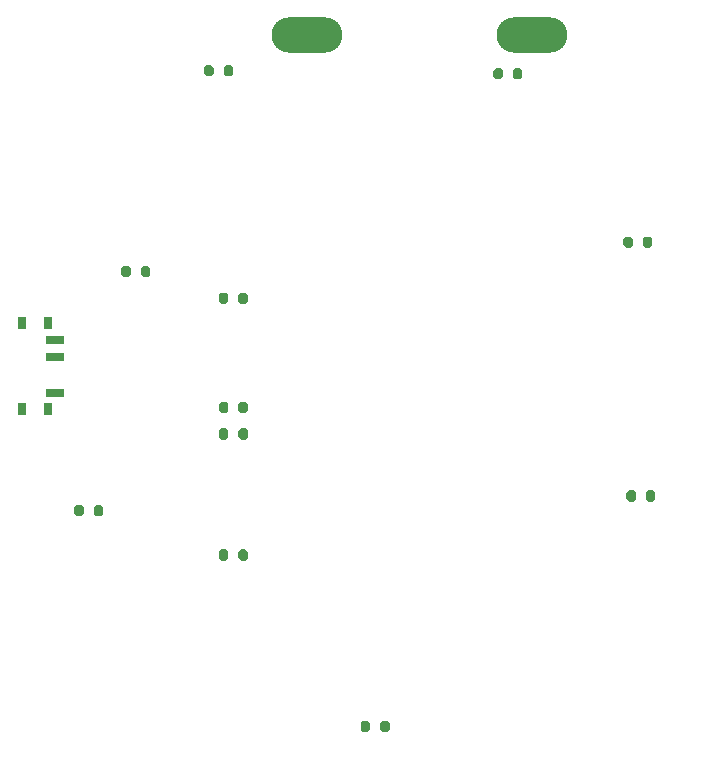
<source format=gbr>
%TF.GenerationSoftware,KiCad,Pcbnew,(5.1.10)-1*%
%TF.CreationDate,2021-12-02T14:30:59+01:00*%
%TF.ProjectId,TVZ_kuglica,54565a5f-6b75-4676-9c69-63612e6b6963,rev?*%
%TF.SameCoordinates,Original*%
%TF.FileFunction,Paste,Bot*%
%TF.FilePolarity,Positive*%
%FSLAX46Y46*%
G04 Gerber Fmt 4.6, Leading zero omitted, Abs format (unit mm)*
G04 Created by KiCad (PCBNEW (5.1.10)-1) date 2021-12-02 14:30:59*
%MOMM*%
%LPD*%
G01*
G04 APERTURE LIST*
%ADD10R,1.500000X0.700000*%
%ADD11R,0.800000X1.000000*%
%ADD12O,6.000000X3.000000*%
G04 APERTURE END LIST*
D10*
%TO.C,SW1*%
X105930000Y-102000000D03*
X105930000Y-99000000D03*
X105930000Y-97500000D03*
D11*
X103070000Y-103400000D03*
X103070000Y-96100000D03*
X105280000Y-96100000D03*
X105280000Y-103400000D03*
%TD*%
D12*
%TO.C,BT1*%
X127250000Y-71750000D03*
X146250000Y-71750000D03*
%TD*%
%TO.C,R1*%
G36*
G01*
X111525000Y-92025000D02*
X111525000Y-91475000D01*
G75*
G02*
X111725000Y-91275000I200000J0D01*
G01*
X112125000Y-91275000D01*
G75*
G02*
X112325000Y-91475000I0J-200000D01*
G01*
X112325000Y-92025000D01*
G75*
G02*
X112125000Y-92225000I-200000J0D01*
G01*
X111725000Y-92225000D01*
G75*
G02*
X111525000Y-92025000I0J200000D01*
G01*
G37*
G36*
G01*
X113175000Y-92025000D02*
X113175000Y-91475000D01*
G75*
G02*
X113375000Y-91275000I200000J0D01*
G01*
X113775000Y-91275000D01*
G75*
G02*
X113975000Y-91475000I0J-200000D01*
G01*
X113975000Y-92025000D01*
G75*
G02*
X113775000Y-92225000I-200000J0D01*
G01*
X113375000Y-92225000D01*
G75*
G02*
X113175000Y-92025000I0J200000D01*
G01*
G37*
%TD*%
%TO.C,R2*%
G36*
G01*
X120175000Y-75025000D02*
X120175000Y-74475000D01*
G75*
G02*
X120375000Y-74275000I200000J0D01*
G01*
X120775000Y-74275000D01*
G75*
G02*
X120975000Y-74475000I0J-200000D01*
G01*
X120975000Y-75025000D01*
G75*
G02*
X120775000Y-75225000I-200000J0D01*
G01*
X120375000Y-75225000D01*
G75*
G02*
X120175000Y-75025000I0J200000D01*
G01*
G37*
G36*
G01*
X118525000Y-75025000D02*
X118525000Y-74475000D01*
G75*
G02*
X118725000Y-74275000I200000J0D01*
G01*
X119125000Y-74275000D01*
G75*
G02*
X119325000Y-74475000I0J-200000D01*
G01*
X119325000Y-75025000D01*
G75*
G02*
X119125000Y-75225000I-200000J0D01*
G01*
X118725000Y-75225000D01*
G75*
G02*
X118525000Y-75025000I0J200000D01*
G01*
G37*
%TD*%
%TO.C,R3*%
G36*
G01*
X143025000Y-75275000D02*
X143025000Y-74725000D01*
G75*
G02*
X143225000Y-74525000I200000J0D01*
G01*
X143625000Y-74525000D01*
G75*
G02*
X143825000Y-74725000I0J-200000D01*
G01*
X143825000Y-75275000D01*
G75*
G02*
X143625000Y-75475000I-200000J0D01*
G01*
X143225000Y-75475000D01*
G75*
G02*
X143025000Y-75275000I0J200000D01*
G01*
G37*
G36*
G01*
X144675000Y-75275000D02*
X144675000Y-74725000D01*
G75*
G02*
X144875000Y-74525000I200000J0D01*
G01*
X145275000Y-74525000D01*
G75*
G02*
X145475000Y-74725000I0J-200000D01*
G01*
X145475000Y-75275000D01*
G75*
G02*
X145275000Y-75475000I-200000J0D01*
G01*
X144875000Y-75475000D01*
G75*
G02*
X144675000Y-75275000I0J200000D01*
G01*
G37*
%TD*%
%TO.C,R4*%
G36*
G01*
X121425000Y-103525000D02*
X121425000Y-102975000D01*
G75*
G02*
X121625000Y-102775000I200000J0D01*
G01*
X122025000Y-102775000D01*
G75*
G02*
X122225000Y-102975000I0J-200000D01*
G01*
X122225000Y-103525000D01*
G75*
G02*
X122025000Y-103725000I-200000J0D01*
G01*
X121625000Y-103725000D01*
G75*
G02*
X121425000Y-103525000I0J200000D01*
G01*
G37*
G36*
G01*
X119775000Y-103525000D02*
X119775000Y-102975000D01*
G75*
G02*
X119975000Y-102775000I200000J0D01*
G01*
X120375000Y-102775000D01*
G75*
G02*
X120575000Y-102975000I0J-200000D01*
G01*
X120575000Y-103525000D01*
G75*
G02*
X120375000Y-103725000I-200000J0D01*
G01*
X119975000Y-103725000D01*
G75*
G02*
X119775000Y-103525000I0J200000D01*
G01*
G37*
%TD*%
%TO.C,R5*%
G36*
G01*
X107525000Y-112275000D02*
X107525000Y-111725000D01*
G75*
G02*
X107725000Y-111525000I200000J0D01*
G01*
X108125000Y-111525000D01*
G75*
G02*
X108325000Y-111725000I0J-200000D01*
G01*
X108325000Y-112275000D01*
G75*
G02*
X108125000Y-112475000I-200000J0D01*
G01*
X107725000Y-112475000D01*
G75*
G02*
X107525000Y-112275000I0J200000D01*
G01*
G37*
G36*
G01*
X109175000Y-112275000D02*
X109175000Y-111725000D01*
G75*
G02*
X109375000Y-111525000I200000J0D01*
G01*
X109775000Y-111525000D01*
G75*
G02*
X109975000Y-111725000I0J-200000D01*
G01*
X109975000Y-112275000D01*
G75*
G02*
X109775000Y-112475000I-200000J0D01*
G01*
X109375000Y-112475000D01*
G75*
G02*
X109175000Y-112275000I0J200000D01*
G01*
G37*
%TD*%
%TO.C,R6*%
G36*
G01*
X121425000Y-116025000D02*
X121425000Y-115475000D01*
G75*
G02*
X121625000Y-115275000I200000J0D01*
G01*
X122025000Y-115275000D01*
G75*
G02*
X122225000Y-115475000I0J-200000D01*
G01*
X122225000Y-116025000D01*
G75*
G02*
X122025000Y-116225000I-200000J0D01*
G01*
X121625000Y-116225000D01*
G75*
G02*
X121425000Y-116025000I0J200000D01*
G01*
G37*
G36*
G01*
X119775000Y-116025000D02*
X119775000Y-115475000D01*
G75*
G02*
X119975000Y-115275000I200000J0D01*
G01*
X120375000Y-115275000D01*
G75*
G02*
X120575000Y-115475000I0J-200000D01*
G01*
X120575000Y-116025000D01*
G75*
G02*
X120375000Y-116225000I-200000J0D01*
G01*
X119975000Y-116225000D01*
G75*
G02*
X119775000Y-116025000I0J200000D01*
G01*
G37*
%TD*%
%TO.C,R7*%
G36*
G01*
X131775000Y-130525000D02*
X131775000Y-129975000D01*
G75*
G02*
X131975000Y-129775000I200000J0D01*
G01*
X132375000Y-129775000D01*
G75*
G02*
X132575000Y-129975000I0J-200000D01*
G01*
X132575000Y-130525000D01*
G75*
G02*
X132375000Y-130725000I-200000J0D01*
G01*
X131975000Y-130725000D01*
G75*
G02*
X131775000Y-130525000I0J200000D01*
G01*
G37*
G36*
G01*
X133425000Y-130525000D02*
X133425000Y-129975000D01*
G75*
G02*
X133625000Y-129775000I200000J0D01*
G01*
X134025000Y-129775000D01*
G75*
G02*
X134225000Y-129975000I0J-200000D01*
G01*
X134225000Y-130525000D01*
G75*
G02*
X134025000Y-130725000I-200000J0D01*
G01*
X133625000Y-130725000D01*
G75*
G02*
X133425000Y-130525000I0J200000D01*
G01*
G37*
%TD*%
%TO.C,R8*%
G36*
G01*
X155925000Y-111025000D02*
X155925000Y-110475000D01*
G75*
G02*
X156125000Y-110275000I200000J0D01*
G01*
X156525000Y-110275000D01*
G75*
G02*
X156725000Y-110475000I0J-200000D01*
G01*
X156725000Y-111025000D01*
G75*
G02*
X156525000Y-111225000I-200000J0D01*
G01*
X156125000Y-111225000D01*
G75*
G02*
X155925000Y-111025000I0J200000D01*
G01*
G37*
G36*
G01*
X154275000Y-111025000D02*
X154275000Y-110475000D01*
G75*
G02*
X154475000Y-110275000I200000J0D01*
G01*
X154875000Y-110275000D01*
G75*
G02*
X155075000Y-110475000I0J-200000D01*
G01*
X155075000Y-111025000D01*
G75*
G02*
X154875000Y-111225000I-200000J0D01*
G01*
X154475000Y-111225000D01*
G75*
G02*
X154275000Y-111025000I0J200000D01*
G01*
G37*
%TD*%
%TO.C,R9*%
G36*
G01*
X154025000Y-89525000D02*
X154025000Y-88975000D01*
G75*
G02*
X154225000Y-88775000I200000J0D01*
G01*
X154625000Y-88775000D01*
G75*
G02*
X154825000Y-88975000I0J-200000D01*
G01*
X154825000Y-89525000D01*
G75*
G02*
X154625000Y-89725000I-200000J0D01*
G01*
X154225000Y-89725000D01*
G75*
G02*
X154025000Y-89525000I0J200000D01*
G01*
G37*
G36*
G01*
X155675000Y-89525000D02*
X155675000Y-88975000D01*
G75*
G02*
X155875000Y-88775000I200000J0D01*
G01*
X156275000Y-88775000D01*
G75*
G02*
X156475000Y-88975000I0J-200000D01*
G01*
X156475000Y-89525000D01*
G75*
G02*
X156275000Y-89725000I-200000J0D01*
G01*
X155875000Y-89725000D01*
G75*
G02*
X155675000Y-89525000I0J200000D01*
G01*
G37*
%TD*%
%TO.C,R10*%
G36*
G01*
X121425000Y-105775000D02*
X121425000Y-105225000D01*
G75*
G02*
X121625000Y-105025000I200000J0D01*
G01*
X122025000Y-105025000D01*
G75*
G02*
X122225000Y-105225000I0J-200000D01*
G01*
X122225000Y-105775000D01*
G75*
G02*
X122025000Y-105975000I-200000J0D01*
G01*
X121625000Y-105975000D01*
G75*
G02*
X121425000Y-105775000I0J200000D01*
G01*
G37*
G36*
G01*
X119775000Y-105775000D02*
X119775000Y-105225000D01*
G75*
G02*
X119975000Y-105025000I200000J0D01*
G01*
X120375000Y-105025000D01*
G75*
G02*
X120575000Y-105225000I0J-200000D01*
G01*
X120575000Y-105775000D01*
G75*
G02*
X120375000Y-105975000I-200000J0D01*
G01*
X119975000Y-105975000D01*
G75*
G02*
X119775000Y-105775000I0J200000D01*
G01*
G37*
%TD*%
%TO.C,R11*%
G36*
G01*
X119775000Y-94275000D02*
X119775000Y-93725000D01*
G75*
G02*
X119975000Y-93525000I200000J0D01*
G01*
X120375000Y-93525000D01*
G75*
G02*
X120575000Y-93725000I0J-200000D01*
G01*
X120575000Y-94275000D01*
G75*
G02*
X120375000Y-94475000I-200000J0D01*
G01*
X119975000Y-94475000D01*
G75*
G02*
X119775000Y-94275000I0J200000D01*
G01*
G37*
G36*
G01*
X121425000Y-94275000D02*
X121425000Y-93725000D01*
G75*
G02*
X121625000Y-93525000I200000J0D01*
G01*
X122025000Y-93525000D01*
G75*
G02*
X122225000Y-93725000I0J-200000D01*
G01*
X122225000Y-94275000D01*
G75*
G02*
X122025000Y-94475000I-200000J0D01*
G01*
X121625000Y-94475000D01*
G75*
G02*
X121425000Y-94275000I0J200000D01*
G01*
G37*
%TD*%
M02*

</source>
